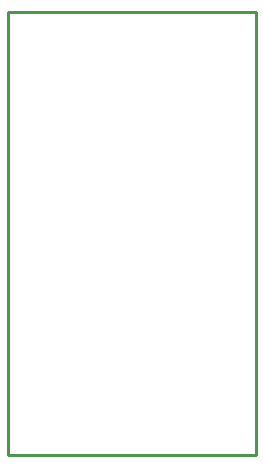
<source format=gbr>
%TF.GenerationSoftware,Altium Limited,Altium Designer,24.6.1 (21)*%
G04 Layer_Color=32768*
%FSLAX26Y26*%
%MOIN*%
%TF.SameCoordinates,E3325630-42F2-41CE-953C-F4D0AC061200*%
%TF.FilePolarity,Positive*%
%TF.FileFunction,Other,Board_Outline*%
%TF.Part,Single*%
G01*
G75*
%TA.AperFunction,NonConductor*%
%ADD71C,0.010000*%
D71*
X0Y0D02*
X826772D01*
X0Y1476378D02*
X826772D01*
Y0D02*
Y1476378D01*
X0Y0D02*
Y1476378D01*
%TF.MD5,56c622d0042dda71aa67275e4ff5e19e*%
M02*

</source>
